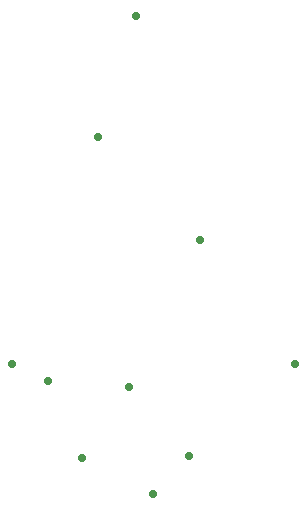
<source format=gbr>
%TF.GenerationSoftware,Altium Limited,Altium Designer,24.7.2 (38)*%
G04 Layer_Color=0*
%FSLAX43Y43*%
%MOMM*%
%TF.SameCoordinates,179ED5A7-1FD7-47B0-8EB6-D2B1FD869DB5*%
%TF.FilePolarity,Positive*%
%TF.FileFunction,Plated,1,2,PTH,Drill*%
%TF.Part,Single*%
G01*
G75*
%TA.AperFunction,ViaDrill,NotFilled*%
%ADD28C,0.711*%
D28*
X41997Y45341D02*
D03*
X36567Y64291D02*
D03*
X35951Y32841D02*
D03*
X31997Y26841D02*
D03*
X37997Y23841D02*
D03*
X40997Y27049D02*
D03*
X49997Y34800D02*
D03*
X29055Y33346D02*
D03*
X25997Y34841D02*
D03*
X33324Y54053D02*
D03*
%TF.MD5,b93e49558998985d9467dc1ee4fc29d9*%
M02*

</source>
